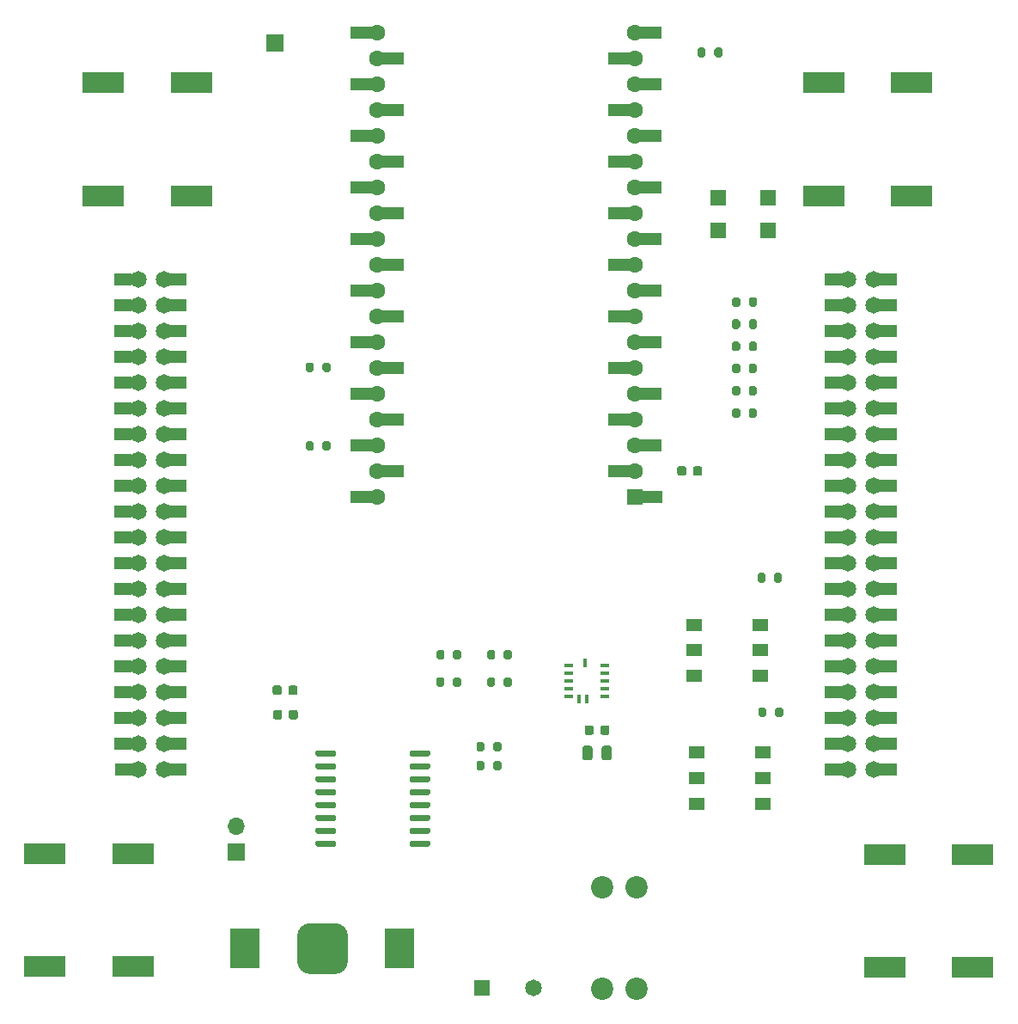
<source format=gbr>
%TF.GenerationSoftware,KiCad,Pcbnew,(5.1.9)-1*%
%TF.CreationDate,2023-04-15T18:22:43-04:00*%
%TF.ProjectId,ESP backpack,45535020-6261-4636-9b70-61636b2e6b69,rev?*%
%TF.SameCoordinates,Original*%
%TF.FileFunction,Soldermask,Top*%
%TF.FilePolarity,Negative*%
%FSLAX46Y46*%
G04 Gerber Fmt 4.6, Leading zero omitted, Abs format (unit mm)*
G04 Created by KiCad (PCBNEW (5.1.9)-1) date 2023-04-15 18:22:43*
%MOMM*%
%LPD*%
G01*
G04 APERTURE LIST*
%ADD10O,1.700000X1.700000*%
%ADD11R,1.700000X1.700000*%
%ADD12C,2.200000*%
%ADD13R,3.000000X4.000000*%
%ADD14R,1.650000X1.650000*%
%ADD15C,1.650000*%
%ADD16R,4.099999X2.000000*%
%ADD17R,4.100000X2.000000*%
%ADD18R,0.400000X0.805000*%
%ADD19R,0.805000X0.350000*%
%ADD20R,2.150000X1.200000*%
%ADD21R,2.000000X1.200000*%
%ADD22C,1.600000*%
%ADD23R,1.560000X1.560000*%
%ADD24R,1.500000X1.200000*%
%ADD25C,1.651000*%
%ADD26R,1.778000X1.270000*%
%ADD27R,1.500000X1.500000*%
G04 APERTURE END LIST*
%TO.C,U3*%
G36*
G01*
X40505800Y-72661920D02*
X40505800Y-72361920D01*
G75*
G02*
X40655800Y-72211920I150000J0D01*
G01*
X42405800Y-72211920D01*
G75*
G02*
X42555800Y-72361920I0J-150000D01*
G01*
X42555800Y-72661920D01*
G75*
G02*
X42405800Y-72811920I-150000J0D01*
G01*
X40655800Y-72811920D01*
G75*
G02*
X40505800Y-72661920I0J150000D01*
G01*
G37*
G36*
G01*
X40505800Y-73931920D02*
X40505800Y-73631920D01*
G75*
G02*
X40655800Y-73481920I150000J0D01*
G01*
X42405800Y-73481920D01*
G75*
G02*
X42555800Y-73631920I0J-150000D01*
G01*
X42555800Y-73931920D01*
G75*
G02*
X42405800Y-74081920I-150000J0D01*
G01*
X40655800Y-74081920D01*
G75*
G02*
X40505800Y-73931920I0J150000D01*
G01*
G37*
G36*
G01*
X40505800Y-75201920D02*
X40505800Y-74901920D01*
G75*
G02*
X40655800Y-74751920I150000J0D01*
G01*
X42405800Y-74751920D01*
G75*
G02*
X42555800Y-74901920I0J-150000D01*
G01*
X42555800Y-75201920D01*
G75*
G02*
X42405800Y-75351920I-150000J0D01*
G01*
X40655800Y-75351920D01*
G75*
G02*
X40505800Y-75201920I0J150000D01*
G01*
G37*
G36*
G01*
X40505800Y-76471920D02*
X40505800Y-76171920D01*
G75*
G02*
X40655800Y-76021920I150000J0D01*
G01*
X42405800Y-76021920D01*
G75*
G02*
X42555800Y-76171920I0J-150000D01*
G01*
X42555800Y-76471920D01*
G75*
G02*
X42405800Y-76621920I-150000J0D01*
G01*
X40655800Y-76621920D01*
G75*
G02*
X40505800Y-76471920I0J150000D01*
G01*
G37*
G36*
G01*
X40505800Y-77741920D02*
X40505800Y-77441920D01*
G75*
G02*
X40655800Y-77291920I150000J0D01*
G01*
X42405800Y-77291920D01*
G75*
G02*
X42555800Y-77441920I0J-150000D01*
G01*
X42555800Y-77741920D01*
G75*
G02*
X42405800Y-77891920I-150000J0D01*
G01*
X40655800Y-77891920D01*
G75*
G02*
X40505800Y-77741920I0J150000D01*
G01*
G37*
G36*
G01*
X40505800Y-79011920D02*
X40505800Y-78711920D01*
G75*
G02*
X40655800Y-78561920I150000J0D01*
G01*
X42405800Y-78561920D01*
G75*
G02*
X42555800Y-78711920I0J-150000D01*
G01*
X42555800Y-79011920D01*
G75*
G02*
X42405800Y-79161920I-150000J0D01*
G01*
X40655800Y-79161920D01*
G75*
G02*
X40505800Y-79011920I0J150000D01*
G01*
G37*
G36*
G01*
X40505800Y-80281920D02*
X40505800Y-79981920D01*
G75*
G02*
X40655800Y-79831920I150000J0D01*
G01*
X42405800Y-79831920D01*
G75*
G02*
X42555800Y-79981920I0J-150000D01*
G01*
X42555800Y-80281920D01*
G75*
G02*
X42405800Y-80431920I-150000J0D01*
G01*
X40655800Y-80431920D01*
G75*
G02*
X40505800Y-80281920I0J150000D01*
G01*
G37*
G36*
G01*
X40505800Y-81551920D02*
X40505800Y-81251920D01*
G75*
G02*
X40655800Y-81101920I150000J0D01*
G01*
X42405800Y-81101920D01*
G75*
G02*
X42555800Y-81251920I0J-150000D01*
G01*
X42555800Y-81551920D01*
G75*
G02*
X42405800Y-81701920I-150000J0D01*
G01*
X40655800Y-81701920D01*
G75*
G02*
X40505800Y-81551920I0J150000D01*
G01*
G37*
G36*
G01*
X31205800Y-81551920D02*
X31205800Y-81251920D01*
G75*
G02*
X31355800Y-81101920I150000J0D01*
G01*
X33105800Y-81101920D01*
G75*
G02*
X33255800Y-81251920I0J-150000D01*
G01*
X33255800Y-81551920D01*
G75*
G02*
X33105800Y-81701920I-150000J0D01*
G01*
X31355800Y-81701920D01*
G75*
G02*
X31205800Y-81551920I0J150000D01*
G01*
G37*
G36*
G01*
X31205800Y-80281920D02*
X31205800Y-79981920D01*
G75*
G02*
X31355800Y-79831920I150000J0D01*
G01*
X33105800Y-79831920D01*
G75*
G02*
X33255800Y-79981920I0J-150000D01*
G01*
X33255800Y-80281920D01*
G75*
G02*
X33105800Y-80431920I-150000J0D01*
G01*
X31355800Y-80431920D01*
G75*
G02*
X31205800Y-80281920I0J150000D01*
G01*
G37*
G36*
G01*
X31205800Y-79011920D02*
X31205800Y-78711920D01*
G75*
G02*
X31355800Y-78561920I150000J0D01*
G01*
X33105800Y-78561920D01*
G75*
G02*
X33255800Y-78711920I0J-150000D01*
G01*
X33255800Y-79011920D01*
G75*
G02*
X33105800Y-79161920I-150000J0D01*
G01*
X31355800Y-79161920D01*
G75*
G02*
X31205800Y-79011920I0J150000D01*
G01*
G37*
G36*
G01*
X31205800Y-77741920D02*
X31205800Y-77441920D01*
G75*
G02*
X31355800Y-77291920I150000J0D01*
G01*
X33105800Y-77291920D01*
G75*
G02*
X33255800Y-77441920I0J-150000D01*
G01*
X33255800Y-77741920D01*
G75*
G02*
X33105800Y-77891920I-150000J0D01*
G01*
X31355800Y-77891920D01*
G75*
G02*
X31205800Y-77741920I0J150000D01*
G01*
G37*
G36*
G01*
X31205800Y-76471920D02*
X31205800Y-76171920D01*
G75*
G02*
X31355800Y-76021920I150000J0D01*
G01*
X33105800Y-76021920D01*
G75*
G02*
X33255800Y-76171920I0J-150000D01*
G01*
X33255800Y-76471920D01*
G75*
G02*
X33105800Y-76621920I-150000J0D01*
G01*
X31355800Y-76621920D01*
G75*
G02*
X31205800Y-76471920I0J150000D01*
G01*
G37*
G36*
G01*
X31205800Y-75201920D02*
X31205800Y-74901920D01*
G75*
G02*
X31355800Y-74751920I150000J0D01*
G01*
X33105800Y-74751920D01*
G75*
G02*
X33255800Y-74901920I0J-150000D01*
G01*
X33255800Y-75201920D01*
G75*
G02*
X33105800Y-75351920I-150000J0D01*
G01*
X31355800Y-75351920D01*
G75*
G02*
X31205800Y-75201920I0J150000D01*
G01*
G37*
G36*
G01*
X31205800Y-73931920D02*
X31205800Y-73631920D01*
G75*
G02*
X31355800Y-73481920I150000J0D01*
G01*
X33105800Y-73481920D01*
G75*
G02*
X33255800Y-73631920I0J-150000D01*
G01*
X33255800Y-73931920D01*
G75*
G02*
X33105800Y-74081920I-150000J0D01*
G01*
X31355800Y-74081920D01*
G75*
G02*
X31205800Y-73931920I0J150000D01*
G01*
G37*
G36*
G01*
X31205800Y-72661920D02*
X31205800Y-72361920D01*
G75*
G02*
X31355800Y-72211920I150000J0D01*
G01*
X33105800Y-72211920D01*
G75*
G02*
X33255800Y-72361920I0J-150000D01*
G01*
X33255800Y-72661920D01*
G75*
G02*
X33105800Y-72811920I-150000J0D01*
G01*
X31355800Y-72811920D01*
G75*
G02*
X31205800Y-72661920I0J150000D01*
G01*
G37*
%TD*%
%TO.C,SDA2*%
G36*
G01*
X48740880Y-74013740D02*
X48740880Y-73463740D01*
G75*
G02*
X48940880Y-73263740I200000J0D01*
G01*
X49340880Y-73263740D01*
G75*
G02*
X49540880Y-73463740I0J-200000D01*
G01*
X49540880Y-74013740D01*
G75*
G02*
X49340880Y-74213740I-200000J0D01*
G01*
X48940880Y-74213740D01*
G75*
G02*
X48740880Y-74013740I0J200000D01*
G01*
G37*
G36*
G01*
X47090880Y-74013740D02*
X47090880Y-73463740D01*
G75*
G02*
X47290880Y-73263740I200000J0D01*
G01*
X47690880Y-73263740D01*
G75*
G02*
X47890880Y-73463740I0J-200000D01*
G01*
X47890880Y-74013740D01*
G75*
G02*
X47690880Y-74213740I-200000J0D01*
G01*
X47290880Y-74213740D01*
G75*
G02*
X47090880Y-74013740I0J200000D01*
G01*
G37*
%TD*%
%TO.C,SCL2*%
G36*
G01*
X48740880Y-72131600D02*
X48740880Y-71581600D01*
G75*
G02*
X48940880Y-71381600I200000J0D01*
G01*
X49340880Y-71381600D01*
G75*
G02*
X49540880Y-71581600I0J-200000D01*
G01*
X49540880Y-72131600D01*
G75*
G02*
X49340880Y-72331600I-200000J0D01*
G01*
X48940880Y-72331600D01*
G75*
G02*
X48740880Y-72131600I0J200000D01*
G01*
G37*
G36*
G01*
X47090880Y-72131600D02*
X47090880Y-71581600D01*
G75*
G02*
X47290880Y-71381600I200000J0D01*
G01*
X47690880Y-71381600D01*
G75*
G02*
X47890880Y-71581600I0J-200000D01*
G01*
X47890880Y-72131600D01*
G75*
G02*
X47690880Y-72331600I-200000J0D01*
G01*
X47290880Y-72331600D01*
G75*
G02*
X47090880Y-72131600I0J200000D01*
G01*
G37*
%TD*%
D10*
%TO.C,JReset1*%
X23408640Y-79689960D03*
D11*
X23408640Y-82229960D03*
%TD*%
%TO.C,J3*%
X27185620Y-2560320D03*
%TD*%
D12*
%TO.C,F1*%
X62853780Y-85749100D03*
X62853780Y-95669100D03*
X59453780Y-85749100D03*
X59453780Y-95669100D03*
%TD*%
%TO.C,C13*%
G36*
G01*
X27899480Y-66056700D02*
X27899480Y-66556700D01*
G75*
G02*
X27674480Y-66781700I-225000J0D01*
G01*
X27224480Y-66781700D01*
G75*
G02*
X26999480Y-66556700I0J225000D01*
G01*
X26999480Y-66056700D01*
G75*
G02*
X27224480Y-65831700I225000J0D01*
G01*
X27674480Y-65831700D01*
G75*
G02*
X27899480Y-66056700I0J-225000D01*
G01*
G37*
G36*
G01*
X29449480Y-66056700D02*
X29449480Y-66556700D01*
G75*
G02*
X29224480Y-66781700I-225000J0D01*
G01*
X28774480Y-66781700D01*
G75*
G02*
X28549480Y-66556700I0J225000D01*
G01*
X28549480Y-66056700D01*
G75*
G02*
X28774480Y-65831700I225000J0D01*
G01*
X29224480Y-65831700D01*
G75*
G02*
X29449480Y-66056700I0J-225000D01*
G01*
G37*
%TD*%
%TO.C,C12*%
G36*
G01*
X27942660Y-68457000D02*
X27942660Y-68957000D01*
G75*
G02*
X27717660Y-69182000I-225000J0D01*
G01*
X27267660Y-69182000D01*
G75*
G02*
X27042660Y-68957000I0J225000D01*
G01*
X27042660Y-68457000D01*
G75*
G02*
X27267660Y-68232000I225000J0D01*
G01*
X27717660Y-68232000D01*
G75*
G02*
X27942660Y-68457000I0J-225000D01*
G01*
G37*
G36*
G01*
X29492660Y-68457000D02*
X29492660Y-68957000D01*
G75*
G02*
X29267660Y-69182000I-225000J0D01*
G01*
X28817660Y-69182000D01*
G75*
G02*
X28592660Y-68957000I0J225000D01*
G01*
X28592660Y-68457000D01*
G75*
G02*
X28817660Y-68232000I225000J0D01*
G01*
X29267660Y-68232000D01*
G75*
G02*
X29492660Y-68457000I0J-225000D01*
G01*
G37*
%TD*%
%TO.C,C11*%
G36*
G01*
X68424940Y-44969240D02*
X68424940Y-44469240D01*
G75*
G02*
X68649940Y-44244240I225000J0D01*
G01*
X69099940Y-44244240D01*
G75*
G02*
X69324940Y-44469240I0J-225000D01*
G01*
X69324940Y-44969240D01*
G75*
G02*
X69099940Y-45194240I-225000J0D01*
G01*
X68649940Y-45194240D01*
G75*
G02*
X68424940Y-44969240I0J225000D01*
G01*
G37*
G36*
G01*
X66874940Y-44969240D02*
X66874940Y-44469240D01*
G75*
G02*
X67099940Y-44244240I225000J0D01*
G01*
X67549940Y-44244240D01*
G75*
G02*
X67774940Y-44469240I0J-225000D01*
G01*
X67774940Y-44969240D01*
G75*
G02*
X67549940Y-45194240I-225000J0D01*
G01*
X67099940Y-45194240D01*
G75*
G02*
X66874940Y-44969240I0J225000D01*
G01*
G37*
%TD*%
%TO.C,BT1*%
G36*
G01*
X29422720Y-92989720D02*
X29422720Y-90489720D01*
G75*
G02*
X30672720Y-89239720I1250000J0D01*
G01*
X33172720Y-89239720D01*
G75*
G02*
X34422720Y-90489720I0J-1250000D01*
G01*
X34422720Y-92989720D01*
G75*
G02*
X33172720Y-94239720I-1250000J0D01*
G01*
X30672720Y-94239720D01*
G75*
G02*
X29422720Y-92989720I0J1250000D01*
G01*
G37*
D13*
X39542720Y-91739720D03*
X24302720Y-91739720D03*
%TD*%
D14*
%TO.C,5VDC_IN1*%
X47599600Y-95656400D03*
D15*
X52679600Y-95656400D03*
%TD*%
D16*
%TO.C,C10*%
X96010980Y-93565980D03*
D17*
X87310980Y-93565980D03*
%TD*%
D16*
%TO.C,C9*%
X96010980Y-82491580D03*
D17*
X87310980Y-82491580D03*
%TD*%
D16*
%TO.C,C8*%
X4573020Y-93505020D03*
D17*
X13273020Y-93505020D03*
%TD*%
D16*
%TO.C,C7*%
X4573020Y-82430620D03*
D17*
X13273020Y-82430620D03*
%TD*%
D16*
%TO.C,C6*%
X10280400Y-17627600D03*
D17*
X18980400Y-17627600D03*
%TD*%
D16*
%TO.C,C5*%
X10331200Y-6502400D03*
D17*
X19031200Y-6502400D03*
%TD*%
D16*
%TO.C,C4*%
X89998800Y-17627600D03*
D17*
X81298800Y-17627600D03*
%TD*%
D16*
%TO.C,C3*%
X89998800Y-6502400D03*
D17*
X81298800Y-6502400D03*
%TD*%
D18*
%TO.C,U2*%
X57157860Y-67176700D03*
X57957860Y-67176700D03*
X57782860Y-63631700D03*
D19*
X59730360Y-66904200D03*
X59730360Y-66154200D03*
X59730360Y-65404200D03*
X59730360Y-64654200D03*
X59730360Y-63904200D03*
X56190360Y-66904200D03*
X56190360Y-66154200D03*
X56190360Y-64654200D03*
X56190360Y-65404200D03*
X56190360Y-63904200D03*
%TD*%
D20*
%TO.C,U1*%
X35700000Y-32025000D03*
X35700000Y-47265000D03*
X35700000Y-37105000D03*
X35700000Y-16785000D03*
X35700000Y-21865000D03*
X35700000Y-42185000D03*
X35700000Y-11705000D03*
X35700000Y-26945000D03*
X38900000Y-29475000D03*
X38900000Y-34555000D03*
X38900000Y-19315000D03*
X38900000Y-14235000D03*
X38900000Y-39635000D03*
X35700000Y-6625000D03*
X38900000Y-24395000D03*
X38900000Y-44715000D03*
X38900000Y-9155000D03*
X38900000Y-4075000D03*
X35700000Y-1550000D03*
X64300000Y-1535000D03*
X64300000Y-6615000D03*
X64300000Y-11695000D03*
X64300000Y-16775000D03*
X64300000Y-21855000D03*
X64300000Y-26935000D03*
X64300000Y-32015000D03*
X64300000Y-37095000D03*
X64300000Y-42175000D03*
X61100000Y-4085000D03*
X61100000Y-9165000D03*
X61100000Y-14245000D03*
X61100000Y-19325000D03*
X61100000Y-24405000D03*
X61100000Y-29485000D03*
X61100000Y-34565000D03*
X61100000Y-39645000D03*
X61100000Y-44725000D03*
D21*
X64400000Y-47300000D03*
D22*
X37300000Y-1540000D03*
X37300000Y-4080000D03*
X37300000Y-6620000D03*
X37300000Y-9160000D03*
X37300000Y-11700000D03*
X37300000Y-14240000D03*
X37300000Y-16780000D03*
X37300000Y-19320000D03*
X37300000Y-21860000D03*
X37300000Y-24400000D03*
X37300000Y-26940000D03*
X37300000Y-29480000D03*
X37300000Y-32020000D03*
X37300000Y-34560000D03*
X37300000Y-37100000D03*
X37300000Y-39640000D03*
X37300000Y-42180000D03*
X37300000Y-44720000D03*
X37300000Y-47260000D03*
X62700000Y-4080000D03*
X62700000Y-6620000D03*
X62700000Y-9160000D03*
X62700000Y-11700000D03*
X62700000Y-14240000D03*
X62700000Y-16780000D03*
X62700000Y-19320000D03*
X62700000Y-21860000D03*
X62700000Y-24400000D03*
X62700000Y-26940000D03*
X62700000Y-29480000D03*
X62700000Y-32020000D03*
X62700000Y-34560000D03*
X62700000Y-37100000D03*
X62700000Y-39640000D03*
X62700000Y-42180000D03*
X62700000Y-1540000D03*
X62700000Y-44720000D03*
D23*
X62700000Y-47260000D03*
%TD*%
D24*
%TO.C,S2*%
X68784400Y-77455400D03*
X68784400Y-74955400D03*
X68784400Y-72455400D03*
X75284400Y-77455400D03*
X75284400Y-74955400D03*
X75284400Y-72455400D03*
%TD*%
%TO.C,S1*%
X68530400Y-64882400D03*
X68530400Y-62382400D03*
X68530400Y-59882400D03*
X75030400Y-64882400D03*
X75030400Y-62382400D03*
X75030400Y-59882400D03*
%TD*%
D25*
%TO.C,J2*%
X83730000Y-25870000D03*
X86270000Y-25870000D03*
D26*
X87670000Y-25870000D03*
X82280000Y-25870000D03*
D25*
X83730000Y-28410000D03*
X86270000Y-28410000D03*
D26*
X87670000Y-28410000D03*
X82280000Y-28410000D03*
D25*
X83730000Y-30950000D03*
X86270000Y-30950000D03*
D26*
X87670000Y-30950000D03*
X82280000Y-30950000D03*
D25*
X83730000Y-33490000D03*
X86270000Y-33490000D03*
D26*
X87670000Y-33490000D03*
X82280000Y-33490000D03*
D25*
X83730000Y-36030000D03*
X86270000Y-36030000D03*
D26*
X87670000Y-36030000D03*
X82280000Y-36030000D03*
D25*
X83730000Y-38570000D03*
X86270000Y-38570000D03*
D26*
X87670000Y-38570000D03*
X82280000Y-38570000D03*
D25*
X83730000Y-41110000D03*
X86270000Y-41110000D03*
D26*
X87670000Y-41110000D03*
X82280000Y-41110000D03*
D25*
X83730000Y-43650000D03*
X86270000Y-43650000D03*
D26*
X87670000Y-43650000D03*
X82280000Y-43650000D03*
D25*
X83730000Y-46190000D03*
X86270000Y-46190000D03*
D26*
X87670000Y-46190000D03*
X82280000Y-46190000D03*
D25*
X83730000Y-48730000D03*
X86270000Y-48730000D03*
D26*
X87670000Y-48730000D03*
X82280000Y-48730000D03*
D25*
X83730000Y-51270000D03*
X86270000Y-51270000D03*
D26*
X87670000Y-51270000D03*
X82280000Y-51270000D03*
D25*
X83730000Y-53810000D03*
X86270000Y-53810000D03*
D26*
X87670000Y-53810000D03*
X82280000Y-53810000D03*
D25*
X83730000Y-56350000D03*
X86270000Y-56350000D03*
D26*
X87670000Y-56350000D03*
X82280000Y-56350000D03*
D25*
X83730000Y-58890000D03*
X86270000Y-58890000D03*
D26*
X87670000Y-58890000D03*
X82280000Y-58890000D03*
D25*
X83730000Y-61430000D03*
X86270000Y-61430000D03*
D26*
X87670000Y-61430000D03*
X82280000Y-61430000D03*
D25*
X83730000Y-63970000D03*
X86270000Y-63970000D03*
D26*
X87670000Y-63970000D03*
X82280000Y-63970000D03*
D25*
X83730000Y-66510000D03*
X86270000Y-66510000D03*
D26*
X87670000Y-66510000D03*
X82280000Y-66510000D03*
D25*
X83730000Y-69050000D03*
X86270000Y-69050000D03*
D26*
X87670000Y-69050000D03*
X82280000Y-69050000D03*
D25*
X83730000Y-71590000D03*
X86270000Y-71590000D03*
D26*
X87670000Y-71590000D03*
X82280000Y-71590000D03*
D25*
X83730000Y-74130000D03*
X86270000Y-74130000D03*
D26*
X87700000Y-74130000D03*
X82300000Y-74130000D03*
%TD*%
D25*
%TO.C,J1*%
X13730000Y-25870000D03*
X16270000Y-25870000D03*
D26*
X17670000Y-25870000D03*
X12280000Y-25870000D03*
D25*
X13730000Y-28410000D03*
X16270000Y-28410000D03*
D26*
X17670000Y-28410000D03*
X12280000Y-28410000D03*
D25*
X13730000Y-30950000D03*
X16270000Y-30950000D03*
D26*
X17670000Y-30950000D03*
X12280000Y-30950000D03*
D25*
X13730000Y-33490000D03*
X16270000Y-33490000D03*
D26*
X17670000Y-33490000D03*
X12280000Y-33490000D03*
D25*
X13730000Y-36030000D03*
X16270000Y-36030000D03*
D26*
X17670000Y-36030000D03*
X12280000Y-36030000D03*
D25*
X13730000Y-38570000D03*
X16270000Y-38570000D03*
D26*
X17670000Y-38570000D03*
X12280000Y-38570000D03*
D25*
X13730000Y-41110000D03*
X16270000Y-41110000D03*
D26*
X17670000Y-41110000D03*
X12280000Y-41110000D03*
D25*
X13730000Y-43650000D03*
X16270000Y-43650000D03*
D26*
X17670000Y-43650000D03*
X12280000Y-43650000D03*
D25*
X13730000Y-46190000D03*
X16270000Y-46190000D03*
D26*
X17670000Y-46190000D03*
X12280000Y-46190000D03*
D25*
X13730000Y-48730000D03*
X16270000Y-48730000D03*
D26*
X17670000Y-48730000D03*
X12280000Y-48730000D03*
D25*
X13730000Y-51270000D03*
X16270000Y-51270000D03*
D26*
X17670000Y-51270000D03*
X12280000Y-51270000D03*
D25*
X13730000Y-53810000D03*
X16270000Y-53810000D03*
D26*
X17670000Y-53810000D03*
X12280000Y-53810000D03*
D25*
X13730000Y-56350000D03*
X16270000Y-56350000D03*
D26*
X17670000Y-56350000D03*
X12280000Y-56350000D03*
D25*
X13730000Y-58890000D03*
X16270000Y-58890000D03*
D26*
X17670000Y-58890000D03*
X12280000Y-58890000D03*
D25*
X13730000Y-61430000D03*
X16270000Y-61430000D03*
D26*
X17670000Y-61430000D03*
X12280000Y-61430000D03*
D25*
X13730000Y-63970000D03*
X16270000Y-63970000D03*
D26*
X17670000Y-63970000D03*
X12280000Y-63970000D03*
D25*
X13730000Y-66510000D03*
X16270000Y-66510000D03*
D26*
X17670000Y-66510000D03*
X12280000Y-66510000D03*
D25*
X13730000Y-69050000D03*
X16270000Y-69050000D03*
D26*
X17670000Y-69050000D03*
X12280000Y-69050000D03*
D25*
X13730000Y-71590000D03*
X16270000Y-71590000D03*
D26*
X17670000Y-71590000D03*
X12280000Y-71590000D03*
D25*
X13730000Y-74130000D03*
X16270000Y-74130000D03*
D26*
X17700000Y-74130000D03*
X12300000Y-74130000D03*
%TD*%
D27*
%TO.C,D1*%
X70956000Y-17831000D03*
X70956000Y-21031000D03*
X75856000Y-21031000D03*
X75856000Y-17831000D03*
%TD*%
%TO.C,C1*%
G36*
G01*
X58653320Y-69987120D02*
X58653320Y-70487120D01*
G75*
G02*
X58428320Y-70712120I-225000J0D01*
G01*
X57978320Y-70712120D01*
G75*
G02*
X57753320Y-70487120I0J225000D01*
G01*
X57753320Y-69987120D01*
G75*
G02*
X57978320Y-69762120I225000J0D01*
G01*
X58428320Y-69762120D01*
G75*
G02*
X58653320Y-69987120I0J-225000D01*
G01*
G37*
G36*
G01*
X60203320Y-69987120D02*
X60203320Y-70487120D01*
G75*
G02*
X59978320Y-70712120I-225000J0D01*
G01*
X59528320Y-70712120D01*
G75*
G02*
X59303320Y-70487120I0J225000D01*
G01*
X59303320Y-69987120D01*
G75*
G02*
X59528320Y-69762120I225000J0D01*
G01*
X59978320Y-69762120D01*
G75*
G02*
X60203320Y-69987120I0J-225000D01*
G01*
G37*
%TD*%
%TO.C,C2*%
G36*
G01*
X58528320Y-72012120D02*
X58528320Y-72962120D01*
G75*
G02*
X58278320Y-73212120I-250000J0D01*
G01*
X57778320Y-73212120D01*
G75*
G02*
X57528320Y-72962120I0J250000D01*
G01*
X57528320Y-72012120D01*
G75*
G02*
X57778320Y-71762120I250000J0D01*
G01*
X58278320Y-71762120D01*
G75*
G02*
X58528320Y-72012120I0J-250000D01*
G01*
G37*
G36*
G01*
X60428320Y-72012120D02*
X60428320Y-72962120D01*
G75*
G02*
X60178320Y-73212120I-250000J0D01*
G01*
X59678320Y-73212120D01*
G75*
G02*
X59428320Y-72962120I0J250000D01*
G01*
X59428320Y-72012120D01*
G75*
G02*
X59678320Y-71762120I250000J0D01*
G01*
X60178320Y-71762120D01*
G75*
G02*
X60428320Y-72012120I0J-250000D01*
G01*
G37*
%TD*%
%TO.C,ExtPower1*%
G36*
G01*
X69675000Y-3225000D02*
X69675000Y-3775000D01*
G75*
G02*
X69475000Y-3975000I-200000J0D01*
G01*
X69075000Y-3975000D01*
G75*
G02*
X68875000Y-3775000I0J200000D01*
G01*
X68875000Y-3225000D01*
G75*
G02*
X69075000Y-3025000I200000J0D01*
G01*
X69475000Y-3025000D01*
G75*
G02*
X69675000Y-3225000I0J-200000D01*
G01*
G37*
G36*
G01*
X71325000Y-3225000D02*
X71325000Y-3775000D01*
G75*
G02*
X71125000Y-3975000I-200000J0D01*
G01*
X70725000Y-3975000D01*
G75*
G02*
X70525000Y-3775000I0J200000D01*
G01*
X70525000Y-3225000D01*
G75*
G02*
X70725000Y-3025000I200000J0D01*
G01*
X71125000Y-3025000D01*
G75*
G02*
X71325000Y-3225000I0J-200000D01*
G01*
G37*
%TD*%
%TO.C,R2*%
G36*
G01*
X31075000Y-41975000D02*
X31075000Y-42525000D01*
G75*
G02*
X30875000Y-42725000I-200000J0D01*
G01*
X30475000Y-42725000D01*
G75*
G02*
X30275000Y-42525000I0J200000D01*
G01*
X30275000Y-41975000D01*
G75*
G02*
X30475000Y-41775000I200000J0D01*
G01*
X30875000Y-41775000D01*
G75*
G02*
X31075000Y-41975000I0J-200000D01*
G01*
G37*
G36*
G01*
X32725000Y-41975000D02*
X32725000Y-42525000D01*
G75*
G02*
X32525000Y-42725000I-200000J0D01*
G01*
X32125000Y-42725000D01*
G75*
G02*
X31925000Y-42525000I0J200000D01*
G01*
X31925000Y-41975000D01*
G75*
G02*
X32125000Y-41775000I200000J0D01*
G01*
X32525000Y-41775000D01*
G75*
G02*
X32725000Y-41975000I0J-200000D01*
G01*
G37*
%TD*%
%TO.C,R7*%
G36*
G01*
X73925000Y-39275000D02*
X73925000Y-38725000D01*
G75*
G02*
X74125000Y-38525000I200000J0D01*
G01*
X74525000Y-38525000D01*
G75*
G02*
X74725000Y-38725000I0J-200000D01*
G01*
X74725000Y-39275000D01*
G75*
G02*
X74525000Y-39475000I-200000J0D01*
G01*
X74125000Y-39475000D01*
G75*
G02*
X73925000Y-39275000I0J200000D01*
G01*
G37*
G36*
G01*
X72275000Y-39275000D02*
X72275000Y-38725000D01*
G75*
G02*
X72475000Y-38525000I200000J0D01*
G01*
X72875000Y-38525000D01*
G75*
G02*
X73075000Y-38725000I0J-200000D01*
G01*
X73075000Y-39275000D01*
G75*
G02*
X72875000Y-39475000I-200000J0D01*
G01*
X72475000Y-39475000D01*
G75*
G02*
X72275000Y-39275000I0J200000D01*
G01*
G37*
%TD*%
%TO.C,R6*%
G36*
G01*
X73925000Y-37088400D02*
X73925000Y-36538400D01*
G75*
G02*
X74125000Y-36338400I200000J0D01*
G01*
X74525000Y-36338400D01*
G75*
G02*
X74725000Y-36538400I0J-200000D01*
G01*
X74725000Y-37088400D01*
G75*
G02*
X74525000Y-37288400I-200000J0D01*
G01*
X74125000Y-37288400D01*
G75*
G02*
X73925000Y-37088400I0J200000D01*
G01*
G37*
G36*
G01*
X72275000Y-37088400D02*
X72275000Y-36538400D01*
G75*
G02*
X72475000Y-36338400I200000J0D01*
G01*
X72875000Y-36338400D01*
G75*
G02*
X73075000Y-36538400I0J-200000D01*
G01*
X73075000Y-37088400D01*
G75*
G02*
X72875000Y-37288400I-200000J0D01*
G01*
X72475000Y-37288400D01*
G75*
G02*
X72275000Y-37088400I0J200000D01*
G01*
G37*
%TD*%
%TO.C,R1*%
G36*
G01*
X31075000Y-34225000D02*
X31075000Y-34775000D01*
G75*
G02*
X30875000Y-34975000I-200000J0D01*
G01*
X30475000Y-34975000D01*
G75*
G02*
X30275000Y-34775000I0J200000D01*
G01*
X30275000Y-34225000D01*
G75*
G02*
X30475000Y-34025000I200000J0D01*
G01*
X30875000Y-34025000D01*
G75*
G02*
X31075000Y-34225000I0J-200000D01*
G01*
G37*
G36*
G01*
X32725000Y-34225000D02*
X32725000Y-34775000D01*
G75*
G02*
X32525000Y-34975000I-200000J0D01*
G01*
X32125000Y-34975000D01*
G75*
G02*
X31925000Y-34775000I0J200000D01*
G01*
X31925000Y-34225000D01*
G75*
G02*
X32125000Y-34025000I200000J0D01*
G01*
X32525000Y-34025000D01*
G75*
G02*
X32725000Y-34225000I0J-200000D01*
G01*
G37*
%TD*%
%TO.C,R5*%
G36*
G01*
X73925000Y-34901800D02*
X73925000Y-34351800D01*
G75*
G02*
X74125000Y-34151800I200000J0D01*
G01*
X74525000Y-34151800D01*
G75*
G02*
X74725000Y-34351800I0J-200000D01*
G01*
X74725000Y-34901800D01*
G75*
G02*
X74525000Y-35101800I-200000J0D01*
G01*
X74125000Y-35101800D01*
G75*
G02*
X73925000Y-34901800I0J200000D01*
G01*
G37*
G36*
G01*
X72275000Y-34901800D02*
X72275000Y-34351800D01*
G75*
G02*
X72475000Y-34151800I200000J0D01*
G01*
X72875000Y-34151800D01*
G75*
G02*
X73075000Y-34351800I0J-200000D01*
G01*
X73075000Y-34901800D01*
G75*
G02*
X72875000Y-35101800I-200000J0D01*
G01*
X72475000Y-35101800D01*
G75*
G02*
X72275000Y-34901800I0J200000D01*
G01*
G37*
%TD*%
%TO.C,R4*%
G36*
G01*
X73925000Y-32715200D02*
X73925000Y-32165200D01*
G75*
G02*
X74125000Y-31965200I200000J0D01*
G01*
X74525000Y-31965200D01*
G75*
G02*
X74725000Y-32165200I0J-200000D01*
G01*
X74725000Y-32715200D01*
G75*
G02*
X74525000Y-32915200I-200000J0D01*
G01*
X74125000Y-32915200D01*
G75*
G02*
X73925000Y-32715200I0J200000D01*
G01*
G37*
G36*
G01*
X72275000Y-32715200D02*
X72275000Y-32165200D01*
G75*
G02*
X72475000Y-31965200I200000J0D01*
G01*
X72875000Y-31965200D01*
G75*
G02*
X73075000Y-32165200I0J-200000D01*
G01*
X73075000Y-32715200D01*
G75*
G02*
X72875000Y-32915200I-200000J0D01*
G01*
X72475000Y-32915200D01*
G75*
G02*
X72275000Y-32715200I0J200000D01*
G01*
G37*
%TD*%
%TO.C,R3*%
G36*
G01*
X73925000Y-30528600D02*
X73925000Y-29978600D01*
G75*
G02*
X74125000Y-29778600I200000J0D01*
G01*
X74525000Y-29778600D01*
G75*
G02*
X74725000Y-29978600I0J-200000D01*
G01*
X74725000Y-30528600D01*
G75*
G02*
X74525000Y-30728600I-200000J0D01*
G01*
X74125000Y-30728600D01*
G75*
G02*
X73925000Y-30528600I0J200000D01*
G01*
G37*
G36*
G01*
X72275000Y-30528600D02*
X72275000Y-29978600D01*
G75*
G02*
X72475000Y-29778600I200000J0D01*
G01*
X72875000Y-29778600D01*
G75*
G02*
X73075000Y-29978600I0J-200000D01*
G01*
X73075000Y-30528600D01*
G75*
G02*
X72875000Y-30728600I-200000J0D01*
G01*
X72475000Y-30728600D01*
G75*
G02*
X72275000Y-30528600I0J200000D01*
G01*
G37*
%TD*%
%TO.C,SCL1*%
G36*
G01*
X49782860Y-63079200D02*
X49782860Y-62529200D01*
G75*
G02*
X49982860Y-62329200I200000J0D01*
G01*
X50382860Y-62329200D01*
G75*
G02*
X50582860Y-62529200I0J-200000D01*
G01*
X50582860Y-63079200D01*
G75*
G02*
X50382860Y-63279200I-200000J0D01*
G01*
X49982860Y-63279200D01*
G75*
G02*
X49782860Y-63079200I0J200000D01*
G01*
G37*
G36*
G01*
X48132860Y-63079200D02*
X48132860Y-62529200D01*
G75*
G02*
X48332860Y-62329200I200000J0D01*
G01*
X48732860Y-62329200D01*
G75*
G02*
X48932860Y-62529200I0J-200000D01*
G01*
X48932860Y-63079200D01*
G75*
G02*
X48732860Y-63279200I-200000J0D01*
G01*
X48332860Y-63279200D01*
G75*
G02*
X48132860Y-63079200I0J200000D01*
G01*
G37*
%TD*%
%TO.C,SCL_EXT1*%
G36*
G01*
X44782860Y-63079200D02*
X44782860Y-62529200D01*
G75*
G02*
X44982860Y-62329200I200000J0D01*
G01*
X45382860Y-62329200D01*
G75*
G02*
X45582860Y-62529200I0J-200000D01*
G01*
X45582860Y-63079200D01*
G75*
G02*
X45382860Y-63279200I-200000J0D01*
G01*
X44982860Y-63279200D01*
G75*
G02*
X44782860Y-63079200I0J200000D01*
G01*
G37*
G36*
G01*
X43132860Y-63079200D02*
X43132860Y-62529200D01*
G75*
G02*
X43332860Y-62329200I200000J0D01*
G01*
X43732860Y-62329200D01*
G75*
G02*
X43932860Y-62529200I0J-200000D01*
G01*
X43932860Y-63079200D01*
G75*
G02*
X43732860Y-63279200I-200000J0D01*
G01*
X43332860Y-63279200D01*
G75*
G02*
X43132860Y-63079200I0J200000D01*
G01*
G37*
%TD*%
%TO.C,SDA1*%
G36*
G01*
X49782860Y-65779200D02*
X49782860Y-65229200D01*
G75*
G02*
X49982860Y-65029200I200000J0D01*
G01*
X50382860Y-65029200D01*
G75*
G02*
X50582860Y-65229200I0J-200000D01*
G01*
X50582860Y-65779200D01*
G75*
G02*
X50382860Y-65979200I-200000J0D01*
G01*
X49982860Y-65979200D01*
G75*
G02*
X49782860Y-65779200I0J200000D01*
G01*
G37*
G36*
G01*
X48132860Y-65779200D02*
X48132860Y-65229200D01*
G75*
G02*
X48332860Y-65029200I200000J0D01*
G01*
X48732860Y-65029200D01*
G75*
G02*
X48932860Y-65229200I0J-200000D01*
G01*
X48932860Y-65779200D01*
G75*
G02*
X48732860Y-65979200I-200000J0D01*
G01*
X48332860Y-65979200D01*
G75*
G02*
X48132860Y-65779200I0J200000D01*
G01*
G37*
%TD*%
%TO.C,SDA_EXT1*%
G36*
G01*
X44782860Y-65779200D02*
X44782860Y-65229200D01*
G75*
G02*
X44982860Y-65029200I200000J0D01*
G01*
X45382860Y-65029200D01*
G75*
G02*
X45582860Y-65229200I0J-200000D01*
G01*
X45582860Y-65779200D01*
G75*
G02*
X45382860Y-65979200I-200000J0D01*
G01*
X44982860Y-65979200D01*
G75*
G02*
X44782860Y-65779200I0J200000D01*
G01*
G37*
G36*
G01*
X43132860Y-65779200D02*
X43132860Y-65229200D01*
G75*
G02*
X43332860Y-65029200I200000J0D01*
G01*
X43732860Y-65029200D01*
G75*
G02*
X43932860Y-65229200I0J-200000D01*
G01*
X43932860Y-65779200D01*
G75*
G02*
X43732860Y-65979200I-200000J0D01*
G01*
X43332860Y-65979200D01*
G75*
G02*
X43132860Y-65779200I0J200000D01*
G01*
G37*
%TD*%
%TO.C,R8*%
G36*
G01*
X76421800Y-55494600D02*
X76421800Y-54944600D01*
G75*
G02*
X76621800Y-54744600I200000J0D01*
G01*
X77021800Y-54744600D01*
G75*
G02*
X77221800Y-54944600I0J-200000D01*
G01*
X77221800Y-55494600D01*
G75*
G02*
X77021800Y-55694600I-200000J0D01*
G01*
X76621800Y-55694600D01*
G75*
G02*
X76421800Y-55494600I0J200000D01*
G01*
G37*
G36*
G01*
X74771800Y-55494600D02*
X74771800Y-54944600D01*
G75*
G02*
X74971800Y-54744600I200000J0D01*
G01*
X75371800Y-54744600D01*
G75*
G02*
X75571800Y-54944600I0J-200000D01*
G01*
X75571800Y-55494600D01*
G75*
G02*
X75371800Y-55694600I-200000J0D01*
G01*
X74971800Y-55694600D01*
G75*
G02*
X74771800Y-55494600I0J200000D01*
G01*
G37*
%TD*%
%TO.C,R9*%
G36*
G01*
X76523400Y-68753400D02*
X76523400Y-68203400D01*
G75*
G02*
X76723400Y-68003400I200000J0D01*
G01*
X77123400Y-68003400D01*
G75*
G02*
X77323400Y-68203400I0J-200000D01*
G01*
X77323400Y-68753400D01*
G75*
G02*
X77123400Y-68953400I-200000J0D01*
G01*
X76723400Y-68953400D01*
G75*
G02*
X76523400Y-68753400I0J200000D01*
G01*
G37*
G36*
G01*
X74873400Y-68753400D02*
X74873400Y-68203400D01*
G75*
G02*
X75073400Y-68003400I200000J0D01*
G01*
X75473400Y-68003400D01*
G75*
G02*
X75673400Y-68203400I0J-200000D01*
G01*
X75673400Y-68753400D01*
G75*
G02*
X75473400Y-68953400I-200000J0D01*
G01*
X75073400Y-68953400D01*
G75*
G02*
X74873400Y-68753400I0J200000D01*
G01*
G37*
%TD*%
%TO.C,R10*%
G36*
G01*
X73958000Y-28342000D02*
X73958000Y-27792000D01*
G75*
G02*
X74158000Y-27592000I200000J0D01*
G01*
X74558000Y-27592000D01*
G75*
G02*
X74758000Y-27792000I0J-200000D01*
G01*
X74758000Y-28342000D01*
G75*
G02*
X74558000Y-28542000I-200000J0D01*
G01*
X74158000Y-28542000D01*
G75*
G02*
X73958000Y-28342000I0J200000D01*
G01*
G37*
G36*
G01*
X72308000Y-28342000D02*
X72308000Y-27792000D01*
G75*
G02*
X72508000Y-27592000I200000J0D01*
G01*
X72908000Y-27592000D01*
G75*
G02*
X73108000Y-27792000I0J-200000D01*
G01*
X73108000Y-28342000D01*
G75*
G02*
X72908000Y-28542000I-200000J0D01*
G01*
X72508000Y-28542000D01*
G75*
G02*
X72308000Y-28342000I0J200000D01*
G01*
G37*
%TD*%
M02*

</source>
